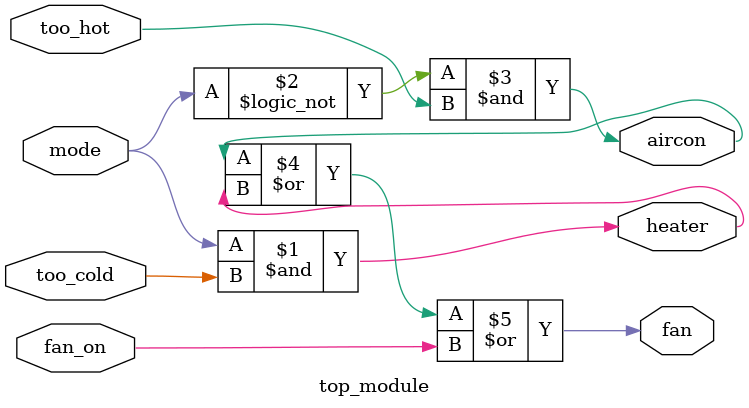
<source format=v>
module top_module (
    input too_cold,
    input too_hot,
    input mode,
    input fan_on,
    output heater,
    output aircon,
    output fan
); 
    assign heater = mode & too_cold;
    assign aircon = !mode & too_hot;
    assign fan = (aircon | heater | fan_on );
endmodule

</source>
